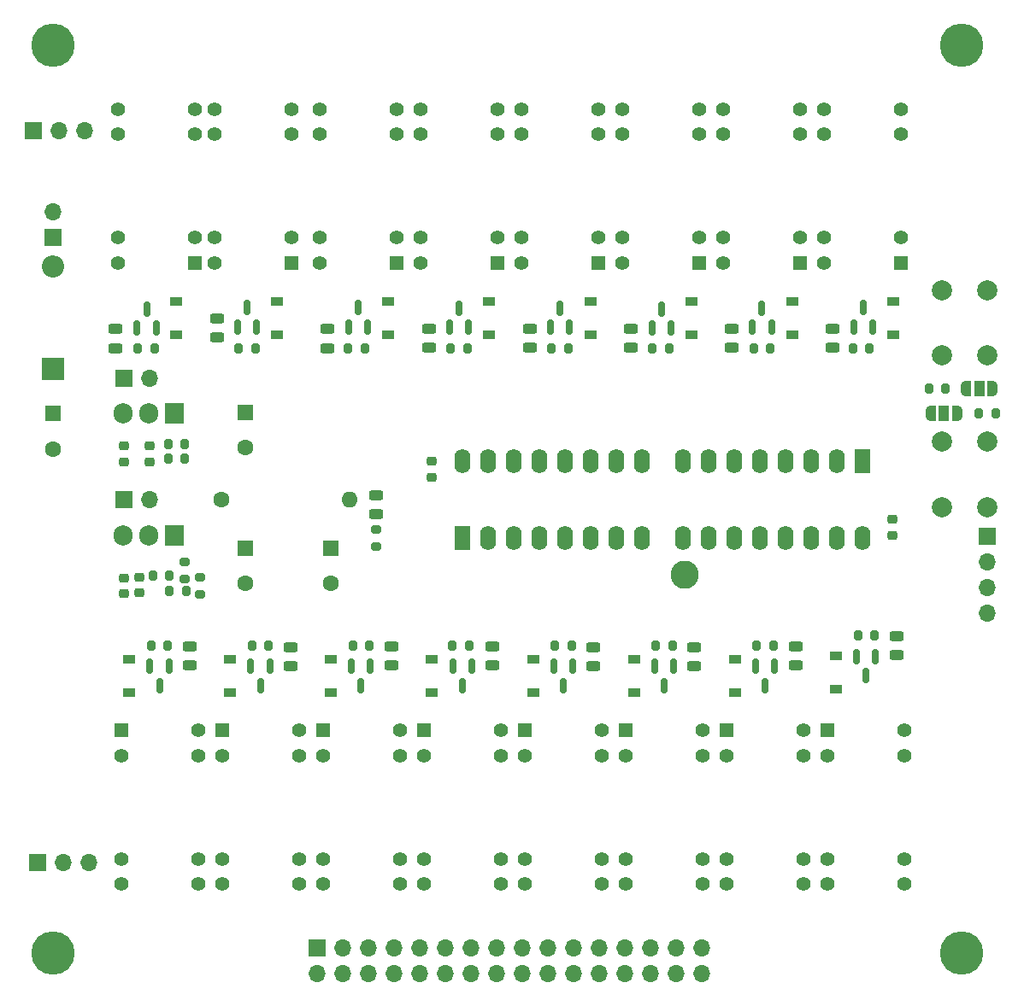
<source format=gbr>
%TF.GenerationSoftware,KiCad,Pcbnew,6.0.8-f2edbf62ab~116~ubuntu22.04.1*%
%TF.CreationDate,2022-10-03T01:52:07+02:00*%
%TF.ProjectId,relay_brd,72656c61-795f-4627-9264-2e6b69636164,rev?*%
%TF.SameCoordinates,Original*%
%TF.FileFunction,Soldermask,Top*%
%TF.FilePolarity,Negative*%
%FSLAX46Y46*%
G04 Gerber Fmt 4.6, Leading zero omitted, Abs format (unit mm)*
G04 Created by KiCad (PCBNEW 6.0.8-f2edbf62ab~116~ubuntu22.04.1) date 2022-10-03 01:52:07*
%MOMM*%
%LPD*%
G01*
G04 APERTURE LIST*
G04 Aperture macros list*
%AMRoundRect*
0 Rectangle with rounded corners*
0 $1 Rounding radius*
0 $2 $3 $4 $5 $6 $7 $8 $9 X,Y pos of 4 corners*
0 Add a 4 corners polygon primitive as box body*
4,1,4,$2,$3,$4,$5,$6,$7,$8,$9,$2,$3,0*
0 Add four circle primitives for the rounded corners*
1,1,$1+$1,$2,$3*
1,1,$1+$1,$4,$5*
1,1,$1+$1,$6,$7*
1,1,$1+$1,$8,$9*
0 Add four rect primitives between the rounded corners*
20,1,$1+$1,$2,$3,$4,$5,0*
20,1,$1+$1,$4,$5,$6,$7,0*
20,1,$1+$1,$6,$7,$8,$9,0*
20,1,$1+$1,$8,$9,$2,$3,0*%
%AMFreePoly0*
4,1,22,0.550000,-0.750000,0.000000,-0.750000,0.000000,-0.745033,-0.079941,-0.743568,-0.215256,-0.701293,-0.333266,-0.622738,-0.424486,-0.514219,-0.481581,-0.384460,-0.499164,-0.250000,-0.500000,-0.250000,-0.500000,0.250000,-0.499164,0.250000,-0.499963,0.256109,-0.478152,0.396186,-0.417904,0.524511,-0.324060,0.630769,-0.204165,0.706417,-0.067858,0.745374,0.000000,0.744959,0.000000,0.750000,
0.550000,0.750000,0.550000,-0.750000,0.550000,-0.750000,$1*%
%AMFreePoly1*
4,1,20,0.000000,0.744959,0.073905,0.744508,0.209726,0.703889,0.328688,0.626782,0.421226,0.519385,0.479903,0.390333,0.500000,0.250000,0.500000,-0.250000,0.499851,-0.262216,0.476331,-0.402017,0.414519,-0.529596,0.319384,-0.634700,0.198574,-0.708877,0.061801,-0.746166,0.000000,-0.745033,0.000000,-0.750000,-0.550000,-0.750000,-0.550000,0.750000,0.000000,0.750000,0.000000,0.744959,
0.000000,0.744959,$1*%
G04 Aperture macros list end*
%ADD10RoundRect,0.200000X0.200000X0.275000X-0.200000X0.275000X-0.200000X-0.275000X0.200000X-0.275000X0*%
%ADD11RoundRect,0.150000X-0.150000X0.587500X-0.150000X-0.587500X0.150000X-0.587500X0.150000X0.587500X0*%
%ADD12C,2.000000*%
%ADD13RoundRect,0.200000X-0.200000X-0.275000X0.200000X-0.275000X0.200000X0.275000X-0.200000X0.275000X0*%
%ADD14R,1.600000X1.600000*%
%ADD15C,1.600000*%
%ADD16R,1.400000X1.400000*%
%ADD17C,1.400000*%
%ADD18RoundRect,0.243750X0.456250X-0.243750X0.456250X0.243750X-0.456250X0.243750X-0.456250X-0.243750X0*%
%ADD19RoundRect,0.200000X-0.275000X0.200000X-0.275000X-0.200000X0.275000X-0.200000X0.275000X0.200000X0*%
%ADD20R,1.700000X1.700000*%
%ADD21O,1.700000X1.700000*%
%ADD22R,1.200000X0.900000*%
%ADD23RoundRect,0.150000X0.150000X-0.587500X0.150000X0.587500X-0.150000X0.587500X-0.150000X-0.587500X0*%
%ADD24C,4.300000*%
%ADD25R,2.200000X2.200000*%
%ADD26O,2.200000X2.200000*%
%ADD27RoundRect,0.225000X-0.250000X0.225000X-0.250000X-0.225000X0.250000X-0.225000X0.250000X0.225000X0*%
%ADD28R,1.905000X2.000000*%
%ADD29O,1.905000X2.000000*%
%ADD30RoundRect,0.243750X-0.456250X0.243750X-0.456250X-0.243750X0.456250X-0.243750X0.456250X0.243750X0*%
%ADD31O,1.600000X1.600000*%
%ADD32FreePoly0,180.000000*%
%ADD33R,1.000000X1.500000*%
%ADD34FreePoly1,180.000000*%
%ADD35R,1.600000X2.400000*%
%ADD36O,1.600000X2.400000*%
%ADD37RoundRect,0.200000X0.275000X-0.200000X0.275000X0.200000X-0.275000X0.200000X-0.275000X-0.200000X0*%
%ADD38RoundRect,0.225000X0.250000X-0.225000X0.250000X0.225000X-0.250000X0.225000X-0.250000X-0.225000X0*%
%ADD39C,2.800000*%
%ADD40FreePoly0,0.000000*%
%ADD41FreePoly1,0.000000*%
G04 APERTURE END LIST*
D10*
%TO.C,R2*%
X126325000Y-114500000D03*
X124675000Y-114500000D03*
%TD*%
D11*
%TO.C,Q7*%
X176450000Y-116562500D03*
X174550000Y-116562500D03*
X175500000Y-118437500D03*
%TD*%
D12*
%TO.C,SW2*%
X197500000Y-94250000D03*
X197500000Y-100750000D03*
X193000000Y-94250000D03*
X193000000Y-100750000D03*
%TD*%
D13*
%TO.C,R13*%
X144350000Y-85000000D03*
X146000000Y-85000000D03*
%TD*%
D10*
%TO.C,R20*%
X193350000Y-89000000D03*
X191700000Y-89000000D03*
%TD*%
D14*
%TO.C,C9*%
X124000000Y-91347349D03*
D15*
X124000000Y-94847349D03*
%TD*%
D13*
%TO.C,R9*%
X184175000Y-85000000D03*
X185825000Y-85000000D03*
%TD*%
D16*
%TO.C,K16*%
X118975000Y-76600000D03*
D17*
X118975000Y-74060000D03*
X118975000Y-63800000D03*
X118975000Y-61360000D03*
X111355000Y-61360000D03*
X111355000Y-63800000D03*
X111355000Y-74060000D03*
X111355000Y-76600000D03*
%TD*%
D16*
%TO.C,K3*%
X131700000Y-122900000D03*
D17*
X131700000Y-125440000D03*
X131700000Y-135700000D03*
X131700000Y-138140000D03*
X139320000Y-138140000D03*
X139320000Y-135700000D03*
X139320000Y-125440000D03*
X139320000Y-122900000D03*
%TD*%
D18*
%TO.C,LD15*%
X121175000Y-83937500D03*
X121175000Y-82062500D03*
%TD*%
D19*
%TO.C,R17*%
X119500000Y-107730000D03*
X119500000Y-109380000D03*
%TD*%
D13*
%TO.C,R21*%
X114850000Y-107555000D03*
X116500000Y-107555000D03*
%TD*%
D10*
%TO.C,R1*%
X116325000Y-114500000D03*
X114675000Y-114500000D03*
%TD*%
D20*
%TO.C,J3*%
X197525000Y-103700000D03*
D21*
X197525000Y-106240000D03*
X197525000Y-108780000D03*
X197525000Y-111320000D03*
%TD*%
D12*
%TO.C,SW1*%
X197525000Y-85750000D03*
X197525000Y-79250000D03*
X193025000Y-79250000D03*
X193025000Y-85750000D03*
%TD*%
D10*
%TO.C,R5*%
X156325000Y-114500000D03*
X154675000Y-114500000D03*
%TD*%
D22*
%TO.C,D10*%
X178175000Y-83650000D03*
X178175000Y-80350000D03*
%TD*%
D23*
%TO.C,Q10*%
X174225000Y-82937500D03*
X176125000Y-82937500D03*
X175175000Y-81062500D03*
%TD*%
D24*
%TO.C,H2*%
X105000000Y-55000000D03*
%TD*%
D25*
%TO.C,D17*%
X105000000Y-87080000D03*
D26*
X105000000Y-76920000D03*
%TD*%
D18*
%TO.C,LD11*%
X162175000Y-84937500D03*
X162175000Y-83062500D03*
%TD*%
D13*
%TO.C,R15*%
X123350000Y-85000000D03*
X125000000Y-85000000D03*
%TD*%
D20*
%TO.C,J2*%
X111960000Y-100055000D03*
D21*
X114500000Y-100055000D03*
%TD*%
D27*
%TO.C,C7*%
X114500000Y-94725000D03*
X114500000Y-96275000D03*
%TD*%
D16*
%TO.C,K12*%
X158975000Y-76600000D03*
D17*
X158975000Y-74060000D03*
X158975000Y-63800000D03*
X158975000Y-61360000D03*
X151355000Y-61360000D03*
X151355000Y-63800000D03*
X151355000Y-74060000D03*
X151355000Y-76600000D03*
%TD*%
D18*
%TO.C,LD13*%
X142175000Y-84937500D03*
X142175000Y-83062500D03*
%TD*%
D10*
%TO.C,R22*%
X198325000Y-91500000D03*
X196675000Y-91500000D03*
%TD*%
D14*
%TO.C,C2*%
X105000000Y-91500000D03*
D15*
X105000000Y-95000000D03*
%TD*%
D13*
%TO.C,R16*%
X113350000Y-85000000D03*
X115000000Y-85000000D03*
%TD*%
D11*
%TO.C,Q4*%
X146450000Y-116562500D03*
X144550000Y-116562500D03*
X145500000Y-118437500D03*
%TD*%
D23*
%TO.C,Q15*%
X123225000Y-82875000D03*
X125125000Y-82875000D03*
X124175000Y-81000000D03*
%TD*%
D22*
%TO.C,D1*%
X112500000Y-115850000D03*
X112500000Y-119150000D03*
%TD*%
D11*
%TO.C,Q5*%
X156450000Y-116562500D03*
X154550000Y-116562500D03*
X155500000Y-118437500D03*
%TD*%
D18*
%TO.C,LD10*%
X172175000Y-84937500D03*
X172175000Y-83062500D03*
%TD*%
D28*
%TO.C,U2*%
X117000000Y-91500000D03*
D29*
X114460000Y-91500000D03*
X111920000Y-91500000D03*
%TD*%
D23*
%TO.C,Q13*%
X144225000Y-82937500D03*
X146125000Y-82937500D03*
X145175000Y-81062500D03*
%TD*%
D10*
%TO.C,R7*%
X176325000Y-114500000D03*
X174675000Y-114500000D03*
%TD*%
D30*
%TO.C,LD6*%
X168500000Y-114625000D03*
X168500000Y-116500000D03*
%TD*%
%TO.C,LD2*%
X128500000Y-114625000D03*
X128500000Y-116500000D03*
%TD*%
D15*
%TO.C,L1*%
X121650000Y-100000000D03*
D31*
X134350000Y-100000000D03*
%TD*%
D22*
%TO.C,D3*%
X132500000Y-115850000D03*
X132500000Y-119150000D03*
%TD*%
D10*
%TO.C,R24*%
X118000000Y-95977500D03*
X116350000Y-95977500D03*
%TD*%
D32*
%TO.C,JP2*%
X194500000Y-91500000D03*
D33*
X193200000Y-91500000D03*
D34*
X191900000Y-91500000D03*
%TD*%
D24*
%TO.C,H1*%
X195000000Y-145000000D03*
%TD*%
D22*
%TO.C,D4*%
X142500000Y-115850000D03*
X142500000Y-119150000D03*
%TD*%
%TO.C,D5*%
X152500000Y-115850000D03*
X152500000Y-119150000D03*
%TD*%
%TO.C,D12*%
X158175000Y-83650000D03*
X158175000Y-80350000D03*
%TD*%
D35*
%TO.C,U3*%
X145500000Y-103800000D03*
D36*
X148040000Y-103800000D03*
X150580000Y-103800000D03*
X153120000Y-103800000D03*
X155660000Y-103800000D03*
X158200000Y-103800000D03*
X160740000Y-103800000D03*
X163280000Y-103800000D03*
X163280000Y-96180000D03*
X160740000Y-96180000D03*
X158200000Y-96180000D03*
X155660000Y-96180000D03*
X153120000Y-96180000D03*
X150580000Y-96180000D03*
X148040000Y-96180000D03*
X145500000Y-96180000D03*
%TD*%
D27*
%TO.C,C1*%
X112000000Y-107780000D03*
X112000000Y-109330000D03*
%TD*%
D30*
%TO.C,LD1*%
X118500000Y-114562500D03*
X118500000Y-116437500D03*
%TD*%
D19*
%TO.C,R25*%
X137000000Y-103000000D03*
X137000000Y-104650000D03*
%TD*%
D23*
%TO.C,Q16*%
X113287500Y-82987500D03*
X115187500Y-82987500D03*
X114237500Y-81112500D03*
%TD*%
D20*
%TO.C,J6*%
X102975000Y-63475000D03*
D21*
X105515000Y-63475000D03*
X108055000Y-63475000D03*
%TD*%
D11*
%TO.C,Q3*%
X136387500Y-116562500D03*
X134487500Y-116562500D03*
X135437500Y-118437500D03*
%TD*%
D23*
%TO.C,Q11*%
X164275000Y-83000000D03*
X166175000Y-83000000D03*
X165225000Y-81125000D03*
%TD*%
D11*
%TO.C,Q1*%
X116450000Y-116562500D03*
X114550000Y-116562500D03*
X115500000Y-118437500D03*
%TD*%
D24*
%TO.C,H4*%
X195000000Y-55000000D03*
%TD*%
D16*
%TO.C,K6*%
X161700000Y-122900000D03*
D17*
X161700000Y-125440000D03*
X161700000Y-135700000D03*
X161700000Y-138140000D03*
X169320000Y-138140000D03*
X169320000Y-135700000D03*
X169320000Y-125440000D03*
X169320000Y-122900000D03*
%TD*%
D22*
%TO.C,D6*%
X162500000Y-115850000D03*
X162500000Y-119150000D03*
%TD*%
%TO.C,D7*%
X172500000Y-115850000D03*
X172500000Y-119150000D03*
%TD*%
D37*
%TO.C,R18*%
X118000000Y-107880000D03*
X118000000Y-106230000D03*
%TD*%
D30*
%TO.C,LD7*%
X178500000Y-114562500D03*
X178500000Y-116437500D03*
%TD*%
D27*
%TO.C,C10*%
X142500000Y-96225000D03*
X142500000Y-97775000D03*
%TD*%
D16*
%TO.C,K8*%
X181700000Y-122900000D03*
D17*
X181700000Y-125440000D03*
X181700000Y-135700000D03*
X181700000Y-138140000D03*
X189320000Y-138140000D03*
X189320000Y-135700000D03*
X189320000Y-125440000D03*
X189320000Y-122900000D03*
%TD*%
D11*
%TO.C,Q8*%
X186450000Y-115562500D03*
X184550000Y-115562500D03*
X185500000Y-117437500D03*
%TD*%
D10*
%TO.C,R6*%
X166325000Y-114500000D03*
X164675000Y-114500000D03*
%TD*%
D22*
%TO.C,D14*%
X138175000Y-83650000D03*
X138175000Y-80350000D03*
%TD*%
D16*
%TO.C,K11*%
X168975000Y-76600000D03*
D17*
X168975000Y-74060000D03*
X168975000Y-63800000D03*
X168975000Y-61360000D03*
X161355000Y-61360000D03*
X161355000Y-63800000D03*
X161355000Y-74060000D03*
X161355000Y-76600000D03*
%TD*%
D16*
%TO.C,K13*%
X148975000Y-76600000D03*
D17*
X148975000Y-74060000D03*
X148975000Y-63800000D03*
X148975000Y-61360000D03*
X141355000Y-61360000D03*
X141355000Y-63800000D03*
X141355000Y-74060000D03*
X141355000Y-76600000D03*
%TD*%
D22*
%TO.C,D15*%
X127175000Y-83650000D03*
X127175000Y-80350000D03*
%TD*%
D10*
%TO.C,R4*%
X146150000Y-114500000D03*
X144500000Y-114500000D03*
%TD*%
D14*
%TO.C,C6*%
X132500000Y-104847349D03*
D15*
X132500000Y-108347349D03*
%TD*%
D22*
%TO.C,D9*%
X188175000Y-83650000D03*
X188175000Y-80350000D03*
%TD*%
D18*
%TO.C,LD12*%
X152175000Y-84937500D03*
X152175000Y-83062500D03*
%TD*%
%TO.C,LD14*%
X132175000Y-85000000D03*
X132175000Y-83125000D03*
%TD*%
D27*
%TO.C,C4*%
X113500000Y-107705000D03*
X113500000Y-109255000D03*
%TD*%
D16*
%TO.C,K9*%
X188975000Y-76600000D03*
D17*
X188975000Y-74060000D03*
X188975000Y-63800000D03*
X188975000Y-61360000D03*
X181355000Y-61360000D03*
X181355000Y-63800000D03*
X181355000Y-74060000D03*
X181355000Y-76600000D03*
%TD*%
D16*
%TO.C,K1*%
X111700000Y-122900000D03*
D17*
X111700000Y-125440000D03*
X111700000Y-135700000D03*
X111700000Y-138140000D03*
X119320000Y-138140000D03*
X119320000Y-135700000D03*
X119320000Y-125440000D03*
X119320000Y-122900000D03*
%TD*%
D30*
%TO.C,LD8*%
X188500000Y-113562500D03*
X188500000Y-115437500D03*
%TD*%
D16*
%TO.C,K5*%
X151700000Y-122900000D03*
D17*
X151700000Y-125440000D03*
X151700000Y-135700000D03*
X151700000Y-138140000D03*
X159320000Y-138140000D03*
X159320000Y-135700000D03*
X159320000Y-125440000D03*
X159320000Y-122900000D03*
%TD*%
D24*
%TO.C,H3*%
X105000000Y-145000000D03*
%TD*%
D16*
%TO.C,K7*%
X171700000Y-122900000D03*
D17*
X171700000Y-125440000D03*
X171700000Y-135700000D03*
X171700000Y-138140000D03*
X179320000Y-138140000D03*
X179320000Y-135700000D03*
X179320000Y-125440000D03*
X179320000Y-122900000D03*
%TD*%
D18*
%TO.C,LD16*%
X111175000Y-85000000D03*
X111175000Y-83125000D03*
%TD*%
D38*
%TO.C,C8*%
X188120000Y-103550000D03*
X188120000Y-102000000D03*
%TD*%
D10*
%TO.C,R8*%
X186325000Y-113500000D03*
X184675000Y-113500000D03*
%TD*%
D13*
%TO.C,R23*%
X116350000Y-94477500D03*
X118000000Y-94477500D03*
%TD*%
D22*
%TO.C,D11*%
X168175000Y-83650000D03*
X168175000Y-80350000D03*
%TD*%
D27*
%TO.C,C3*%
X112000000Y-94725000D03*
X112000000Y-96275000D03*
%TD*%
D22*
%TO.C,D16*%
X117175000Y-83650000D03*
X117175000Y-80350000D03*
%TD*%
D28*
%TO.C,U1*%
X117000000Y-103555000D03*
D29*
X114460000Y-103555000D03*
X111920000Y-103555000D03*
%TD*%
D20*
%TO.C,J4*%
X111960000Y-88000000D03*
D21*
X114500000Y-88000000D03*
%TD*%
D23*
%TO.C,Q9*%
X184287500Y-82875000D03*
X186187500Y-82875000D03*
X185237500Y-81000000D03*
%TD*%
D22*
%TO.C,D13*%
X148175000Y-83650000D03*
X148175000Y-80350000D03*
%TD*%
D20*
%TO.C,J7*%
X131100000Y-144460000D03*
D21*
X131100000Y-147000000D03*
X133640000Y-144460000D03*
X133640000Y-147000000D03*
X136180000Y-144460000D03*
X136180000Y-147000000D03*
X138720000Y-144460000D03*
X138720000Y-147000000D03*
X141260000Y-144460000D03*
X141260000Y-147000000D03*
X143800000Y-144460000D03*
X143800000Y-147000000D03*
X146340000Y-144460000D03*
X146340000Y-147000000D03*
X148880000Y-144460000D03*
X148880000Y-147000000D03*
X151420000Y-144460000D03*
X151420000Y-147000000D03*
X153960000Y-144460000D03*
X153960000Y-147000000D03*
X156500000Y-144460000D03*
X156500000Y-147000000D03*
X159040000Y-144460000D03*
X159040000Y-147000000D03*
X161580000Y-144460000D03*
X161580000Y-147000000D03*
X164120000Y-144460000D03*
X164120000Y-147000000D03*
X166660000Y-144460000D03*
X166660000Y-147000000D03*
X169200000Y-144460000D03*
X169200000Y-147000000D03*
%TD*%
D35*
%TO.C,U4*%
X185120000Y-96200000D03*
D36*
X182580000Y-96200000D03*
X180040000Y-96200000D03*
X177500000Y-96200000D03*
X174960000Y-96200000D03*
X172420000Y-96200000D03*
X169880000Y-96200000D03*
X167340000Y-96200000D03*
X167340000Y-103820000D03*
X169880000Y-103820000D03*
X172420000Y-103820000D03*
X174960000Y-103820000D03*
X177500000Y-103820000D03*
X180040000Y-103820000D03*
X182580000Y-103820000D03*
X185120000Y-103820000D03*
%TD*%
D22*
%TO.C,D8*%
X182500000Y-115500000D03*
X182500000Y-118800000D03*
%TD*%
D39*
%TO.C,TP1*%
X167500000Y-107500000D03*
%TD*%
D16*
%TO.C,K4*%
X141700000Y-122900000D03*
D17*
X141700000Y-125440000D03*
X141700000Y-135700000D03*
X141700000Y-138140000D03*
X149320000Y-138140000D03*
X149320000Y-135700000D03*
X149320000Y-125440000D03*
X149320000Y-122900000D03*
%TD*%
D16*
%TO.C,K10*%
X178975000Y-76600000D03*
D17*
X178975000Y-74060000D03*
X178975000Y-63800000D03*
X178975000Y-61360000D03*
X171355000Y-61360000D03*
X171355000Y-63800000D03*
X171355000Y-74060000D03*
X171355000Y-76600000D03*
%TD*%
D16*
%TO.C,K14*%
X138975000Y-76600000D03*
D17*
X138975000Y-74060000D03*
X138975000Y-63800000D03*
X138975000Y-61360000D03*
X131355000Y-61360000D03*
X131355000Y-63800000D03*
X131355000Y-74060000D03*
X131355000Y-76600000D03*
%TD*%
D11*
%TO.C,Q2*%
X126450000Y-116562500D03*
X124550000Y-116562500D03*
X125500000Y-118437500D03*
%TD*%
D14*
%TO.C,C5*%
X124000000Y-104847349D03*
D15*
X124000000Y-108347349D03*
%TD*%
D20*
%TO.C,J5*%
X103475000Y-135975000D03*
D21*
X106015000Y-135975000D03*
X108555000Y-135975000D03*
%TD*%
D13*
%TO.C,R10*%
X174350000Y-85000000D03*
X176000000Y-85000000D03*
%TD*%
D18*
%TO.C,LD17*%
X137000000Y-101437500D03*
X137000000Y-99562500D03*
%TD*%
D30*
%TO.C,LD3*%
X138500000Y-114562500D03*
X138500000Y-116437500D03*
%TD*%
D11*
%TO.C,Q6*%
X166450000Y-116562500D03*
X164550000Y-116562500D03*
X165500000Y-118437500D03*
%TD*%
D13*
%TO.C,R11*%
X164350000Y-85000000D03*
X166000000Y-85000000D03*
%TD*%
D40*
%TO.C,JP1*%
X195400000Y-89000000D03*
D33*
X196700000Y-89000000D03*
D41*
X198000000Y-89000000D03*
%TD*%
D10*
%TO.C,R3*%
X136325000Y-114500000D03*
X134675000Y-114500000D03*
%TD*%
D30*
%TO.C,LD4*%
X148500000Y-114562500D03*
X148500000Y-116437500D03*
%TD*%
D16*
%TO.C,K2*%
X121700000Y-122900000D03*
D17*
X121700000Y-125440000D03*
X121700000Y-135700000D03*
X121700000Y-138140000D03*
X129320000Y-138140000D03*
X129320000Y-135700000D03*
X129320000Y-125440000D03*
X129320000Y-122900000D03*
%TD*%
D13*
%TO.C,R14*%
X134175000Y-85000000D03*
X135825000Y-85000000D03*
%TD*%
D22*
%TO.C,D2*%
X122500000Y-115850000D03*
X122500000Y-119150000D03*
%TD*%
D18*
%TO.C,LD9*%
X182175000Y-84937500D03*
X182175000Y-83062500D03*
%TD*%
D13*
%TO.C,R12*%
X154350000Y-85000000D03*
X156000000Y-85000000D03*
%TD*%
D30*
%TO.C,LD5*%
X158500000Y-114625000D03*
X158500000Y-116500000D03*
%TD*%
D20*
%TO.C,J1*%
X105000000Y-74040000D03*
D21*
X105000000Y-71500000D03*
%TD*%
D13*
%TO.C,R19*%
X116500000Y-109055000D03*
X118150000Y-109055000D03*
%TD*%
D23*
%TO.C,Q14*%
X134225000Y-82875000D03*
X136125000Y-82875000D03*
X135175000Y-81000000D03*
%TD*%
%TO.C,Q12*%
X154225000Y-82937500D03*
X156125000Y-82937500D03*
X155175000Y-81062500D03*
%TD*%
D16*
%TO.C,K15*%
X128585000Y-76600000D03*
D17*
X128585000Y-74060000D03*
X128585000Y-63800000D03*
X128585000Y-61360000D03*
X120965000Y-61360000D03*
X120965000Y-63800000D03*
X120965000Y-74060000D03*
X120965000Y-76600000D03*
%TD*%
M02*

</source>
